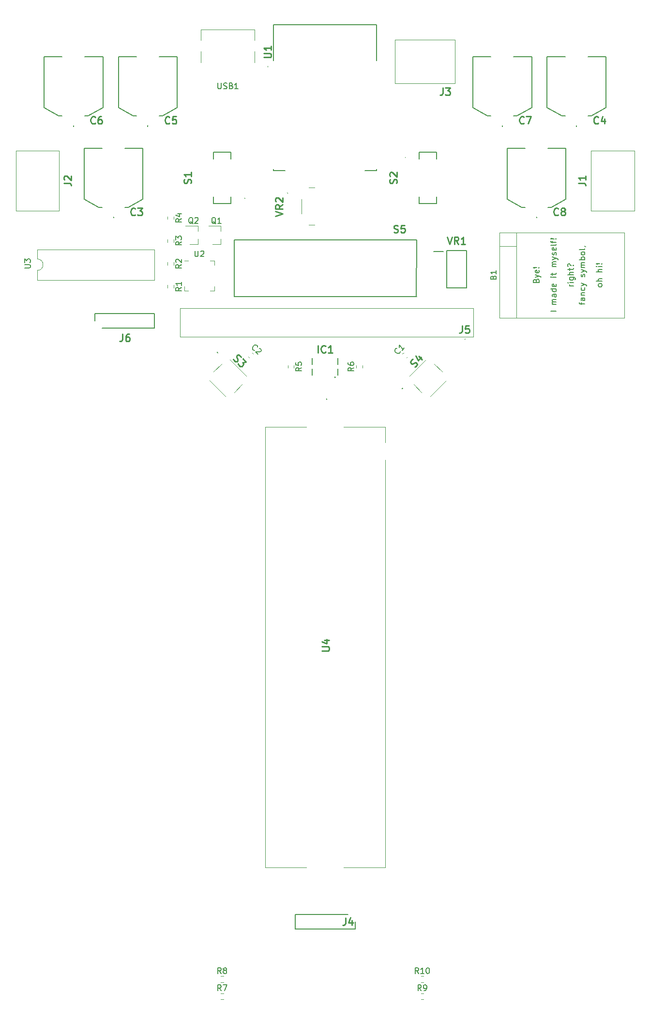
<source format=gbr>
%TF.GenerationSoftware,KiCad,Pcbnew,(5.1.9)-1*%
%TF.CreationDate,2022-05-19T12:20:12-04:00*%
%TF.ProjectId,esp32pcbbot,65737033-3270-4636-9262-6f742e6b6963,rev?*%
%TF.SameCoordinates,Original*%
%TF.FileFunction,Legend,Top*%
%TF.FilePolarity,Positive*%
%FSLAX46Y46*%
G04 Gerber Fmt 4.6, Leading zero omitted, Abs format (unit mm)*
G04 Created by KiCad (PCBNEW (5.1.9)-1) date 2022-05-19 12:20:12*
%MOMM*%
%LPD*%
G01*
G04 APERTURE LIST*
%ADD10C,0.100000*%
%ADD11C,0.200000*%
%ADD12C,0.071590*%
%ADD13C,0.254000*%
%ADD14C,0.120000*%
%ADD15C,0.150000*%
G04 APERTURE END LIST*
D10*
%TO.C,VR2*%
X85900000Y-53750000D02*
X85900000Y-56250000D01*
X88175000Y-58250000D02*
X87175000Y-58250000D01*
X88175000Y-51750000D02*
X87175000Y-51750000D01*
X83425000Y-52600000D02*
X83425000Y-52600000D01*
X83425000Y-52700000D02*
X83425000Y-52700000D01*
X83425000Y-52700000D02*
G75*
G02*
X83425000Y-52600000I0J50000D01*
G01*
X83425000Y-52600000D02*
G75*
G02*
X83425000Y-52700000I0J-50000D01*
G01*
D11*
%TO.C,U4*%
X90250000Y-88600000D02*
X90250000Y-88600000D01*
X90250000Y-88700000D02*
X90250000Y-88700000D01*
X90250000Y-88600000D02*
X90250000Y-88600000D01*
D10*
X93250000Y-93500000D02*
X100500000Y-93500000D01*
X93250000Y-93500000D02*
X93250000Y-93500000D01*
X100500000Y-93500000D02*
X93250000Y-93500000D01*
X100500000Y-93500000D02*
X100500000Y-93500000D01*
X100500000Y-170500000D02*
X93250000Y-170500000D01*
X100500000Y-170500000D02*
X100500000Y-170500000D01*
X93250000Y-170500000D02*
X100500000Y-170500000D01*
X93250000Y-170500000D02*
X93250000Y-170500000D01*
X86750000Y-170500000D02*
X79500000Y-170500000D01*
X86750000Y-170500000D02*
X86750000Y-170500000D01*
X79500000Y-170500000D02*
X86750000Y-170500000D01*
X79500000Y-170500000D02*
X79500000Y-170500000D01*
X79500000Y-93500000D02*
X86750000Y-93500000D01*
X79500000Y-93500000D02*
X79500000Y-93500000D01*
X86750000Y-93500000D02*
X79500000Y-93500000D01*
X86750000Y-93500000D02*
X86750000Y-93500000D01*
X100500000Y-93500000D02*
X100500000Y-93500000D01*
X100500000Y-96250000D02*
X100500000Y-93500000D01*
X100500000Y-96250000D02*
X100500000Y-96250000D01*
X100500000Y-93500000D02*
X100500000Y-96250000D01*
X100500000Y-170500000D02*
X100500000Y-170500000D01*
X100500000Y-99250000D02*
X100500000Y-170500000D01*
X100500000Y-99250000D02*
X100500000Y-99250000D01*
X100500000Y-170500000D02*
X100500000Y-99250000D01*
X79500000Y-93500000D02*
X79500000Y-93500000D01*
X79500000Y-170500000D02*
X79500000Y-93500000D01*
X79500000Y-170500000D02*
X79500000Y-170500000D01*
X79500000Y-93500000D02*
X79500000Y-170500000D01*
D11*
X90250000Y-88700000D02*
G75*
G02*
X90250000Y-88600000I0J50000D01*
G01*
X90250000Y-88600000D02*
G75*
G02*
X90250000Y-88700000I0J-50000D01*
G01*
X90250000Y-88700000D02*
G75*
G02*
X90250000Y-88600000I0J50000D01*
G01*
%TO.C,S5*%
X74080000Y-70760000D02*
X106000000Y-70760000D01*
X74080000Y-60860000D02*
X74080000Y-70760000D01*
X106000000Y-60860000D02*
X74080000Y-60860000D01*
X105980000Y-70760000D02*
X106000000Y-60860000D01*
D10*
%TO.C,S4*%
X108388909Y-88217336D02*
X111217336Y-85388909D01*
X104782664Y-84611091D02*
X107611091Y-81782664D01*
X109096016Y-82489771D02*
X110510229Y-83903984D01*
X105489771Y-86096016D02*
X106903984Y-87510229D01*
D11*
X103474517Y-86838478D02*
X103474517Y-86838478D01*
X103545227Y-86767767D02*
X103545227Y-86767767D01*
X103474517Y-86838478D02*
X103474517Y-86838478D01*
X103545227Y-86767766D02*
G75*
G02*
X103474517Y-86838478I-35355J-35356D01*
G01*
X103474517Y-86838477D02*
G75*
G02*
X103545227Y-86767767I35355J35355D01*
G01*
X103545227Y-86767766D02*
G75*
G02*
X103474517Y-86838478I-35355J-35356D01*
G01*
D10*
%TO.C,S3*%
X69782664Y-85388909D02*
X72611091Y-88217336D01*
X73388909Y-81782664D02*
X76217336Y-84611091D01*
X75510229Y-86096016D02*
X74096016Y-87510229D01*
X71903984Y-82489771D02*
X70489771Y-83903984D01*
D11*
X71161522Y-80474517D02*
X71161522Y-80474517D01*
X71232233Y-80545227D02*
X71232233Y-80545227D01*
X71161522Y-80474517D02*
X71161522Y-80474517D01*
X71232234Y-80545227D02*
G75*
G02*
X71161522Y-80474517I-35356J35355D01*
G01*
X71161523Y-80474517D02*
G75*
G02*
X71232233Y-80545227I35355J-35355D01*
G01*
X71232234Y-80545227D02*
G75*
G02*
X71161522Y-80474517I-35356J35355D01*
G01*
D12*
%TO.C,S2*%
X104032000Y-46458000D02*
X104032000Y-46458000D01*
X104032000Y-46386000D02*
X104032000Y-46386000D01*
D11*
X106500000Y-45500000D02*
X106500000Y-46677000D01*
X106500000Y-54500000D02*
X106500000Y-53323000D01*
X109500000Y-45500000D02*
X109500000Y-46677000D01*
X109500000Y-54500000D02*
X109500000Y-53323000D01*
X106500000Y-54500000D02*
X109500000Y-54500000D01*
X109500000Y-45500000D02*
X106500000Y-45500000D01*
D12*
X104032000Y-46386000D02*
G75*
G02*
X104032000Y-46458000I0J-36000D01*
G01*
X104032000Y-46458000D02*
G75*
G02*
X104032000Y-46386000I0J36000D01*
G01*
%TO.C,S1*%
X75968000Y-53542000D02*
X75968000Y-53542000D01*
X75968000Y-53614000D02*
X75968000Y-53614000D01*
D11*
X73500000Y-54500000D02*
X73500000Y-53323000D01*
X73500000Y-45500000D02*
X73500000Y-46677000D01*
X70500000Y-54500000D02*
X70500000Y-53323000D01*
X70500000Y-45500000D02*
X70500000Y-46677000D01*
X73500000Y-45500000D02*
X70500000Y-45500000D01*
X70500000Y-54500000D02*
X73500000Y-54500000D01*
D12*
X75968000Y-53614000D02*
G75*
G02*
X75968000Y-53542000I0J36000D01*
G01*
X75968000Y-53542000D02*
G75*
G02*
X75968000Y-53614000I0J-36000D01*
G01*
D11*
%TO.C,J6*%
X49730000Y-73740000D02*
X49730000Y-75000000D01*
X60190000Y-73740000D02*
X49730000Y-73740000D01*
X60190000Y-76260000D02*
X60190000Y-73740000D01*
X51000000Y-76260000D02*
X60190000Y-76260000D01*
%TO.C,J5*%
X114500000Y-78190000D02*
G75*
G03*
X114500000Y-78190000I-50000J0D01*
G01*
D10*
X64615000Y-77745000D02*
X64615000Y-72795000D01*
X115925000Y-77745000D02*
X64615000Y-77745000D01*
X115925000Y-72795000D02*
X115925000Y-77745000D01*
X64615000Y-72795000D02*
X115925000Y-72795000D01*
D11*
%TO.C,J4*%
X95270000Y-181260000D02*
X95270000Y-180000000D01*
X84810000Y-181260000D02*
X95270000Y-181260000D01*
X84810000Y-178740000D02*
X84810000Y-181260000D01*
X94000000Y-178740000D02*
X84810000Y-178740000D01*
D10*
%TO.C,J3*%
X102250000Y-33500000D02*
X102250000Y-25900000D01*
X112750000Y-33500000D02*
X102250000Y-33500000D01*
X112750000Y-25900000D02*
X112750000Y-33500000D01*
X102250000Y-25900000D02*
X112750000Y-25900000D01*
%TO.C,J2*%
X43500000Y-55750000D02*
X35900000Y-55750000D01*
X43500000Y-45250000D02*
X43500000Y-55750000D01*
X35900000Y-45250000D02*
X43500000Y-45250000D01*
X35900000Y-55750000D02*
X35900000Y-45250000D01*
%TO.C,J1*%
X136500000Y-45250000D02*
X144100000Y-45250000D01*
X136500000Y-55750000D02*
X136500000Y-45250000D01*
X144100000Y-55750000D02*
X136500000Y-55750000D01*
X144100000Y-45250000D02*
X144100000Y-55750000D01*
D13*
%TO.C,IC1*%
X91742810Y-84862000D02*
G75*
G03*
X91742810Y-84862000I-20810J0D01*
G01*
D11*
X87750000Y-84500000D02*
X87750000Y-83377000D01*
X92250000Y-84500000D02*
X92250000Y-83377000D01*
X87750000Y-81500000D02*
X87750000Y-82623000D01*
X92250000Y-81500000D02*
X92250000Y-82623000D01*
%TO.C,C8*%
X127000000Y-56900000D02*
X127000000Y-56900000D01*
X127000000Y-57000000D02*
X127000000Y-57000000D01*
X127000000Y-56900000D02*
X127000000Y-56900000D01*
X129575000Y-55150000D02*
X129000000Y-55150000D01*
X132150000Y-53750000D02*
X129575000Y-55150000D01*
X132150000Y-44850000D02*
X132150000Y-53750000D01*
X129000000Y-44850000D02*
X132150000Y-44850000D01*
X121850000Y-44850000D02*
X125000000Y-44850000D01*
X121850000Y-53750000D02*
X121850000Y-44850000D01*
X124425000Y-55150000D02*
X121850000Y-53750000D01*
X125000000Y-55150000D02*
X124425000Y-55150000D01*
X127000000Y-57000000D02*
G75*
G02*
X127000000Y-56900000I0J50000D01*
G01*
X127000000Y-56900000D02*
G75*
G02*
X127000000Y-57000000I0J-50000D01*
G01*
X127000000Y-57000000D02*
G75*
G02*
X127000000Y-56900000I0J50000D01*
G01*
%TO.C,C7*%
X121000000Y-40900000D02*
X121000000Y-40900000D01*
X121000000Y-41000000D02*
X121000000Y-41000000D01*
X121000000Y-40900000D02*
X121000000Y-40900000D01*
X123575000Y-39150000D02*
X123000000Y-39150000D01*
X126150000Y-37750000D02*
X123575000Y-39150000D01*
X126150000Y-28850000D02*
X126150000Y-37750000D01*
X123000000Y-28850000D02*
X126150000Y-28850000D01*
X115850000Y-28850000D02*
X119000000Y-28850000D01*
X115850000Y-37750000D02*
X115850000Y-28850000D01*
X118425000Y-39150000D02*
X115850000Y-37750000D01*
X119000000Y-39150000D02*
X118425000Y-39150000D01*
X121000000Y-41000000D02*
G75*
G02*
X121000000Y-40900000I0J50000D01*
G01*
X121000000Y-40900000D02*
G75*
G02*
X121000000Y-41000000I0J-50000D01*
G01*
X121000000Y-41000000D02*
G75*
G02*
X121000000Y-40900000I0J50000D01*
G01*
%TO.C,C6*%
X46000000Y-40900000D02*
X46000000Y-40900000D01*
X46000000Y-41000000D02*
X46000000Y-41000000D01*
X46000000Y-40900000D02*
X46000000Y-40900000D01*
X48575000Y-39150000D02*
X48000000Y-39150000D01*
X51150000Y-37750000D02*
X48575000Y-39150000D01*
X51150000Y-28850000D02*
X51150000Y-37750000D01*
X48000000Y-28850000D02*
X51150000Y-28850000D01*
X40850000Y-28850000D02*
X44000000Y-28850000D01*
X40850000Y-37750000D02*
X40850000Y-28850000D01*
X43425000Y-39150000D02*
X40850000Y-37750000D01*
X44000000Y-39150000D02*
X43425000Y-39150000D01*
X46000000Y-41000000D02*
G75*
G02*
X46000000Y-40900000I0J50000D01*
G01*
X46000000Y-40900000D02*
G75*
G02*
X46000000Y-41000000I0J-50000D01*
G01*
X46000000Y-41000000D02*
G75*
G02*
X46000000Y-40900000I0J50000D01*
G01*
%TO.C,C5*%
X59000000Y-40900000D02*
X59000000Y-40900000D01*
X59000000Y-41000000D02*
X59000000Y-41000000D01*
X59000000Y-40900000D02*
X59000000Y-40900000D01*
X61575000Y-39150000D02*
X61000000Y-39150000D01*
X64150000Y-37750000D02*
X61575000Y-39150000D01*
X64150000Y-28850000D02*
X64150000Y-37750000D01*
X61000000Y-28850000D02*
X64150000Y-28850000D01*
X53850000Y-28850000D02*
X57000000Y-28850000D01*
X53850000Y-37750000D02*
X53850000Y-28850000D01*
X56425000Y-39150000D02*
X53850000Y-37750000D01*
X57000000Y-39150000D02*
X56425000Y-39150000D01*
X59000000Y-41000000D02*
G75*
G02*
X59000000Y-40900000I0J50000D01*
G01*
X59000000Y-40900000D02*
G75*
G02*
X59000000Y-41000000I0J-50000D01*
G01*
X59000000Y-41000000D02*
G75*
G02*
X59000000Y-40900000I0J50000D01*
G01*
%TO.C,C4*%
X134000000Y-40900000D02*
X134000000Y-40900000D01*
X134000000Y-41000000D02*
X134000000Y-41000000D01*
X134000000Y-40900000D02*
X134000000Y-40900000D01*
X136575000Y-39150000D02*
X136000000Y-39150000D01*
X139150000Y-37750000D02*
X136575000Y-39150000D01*
X139150000Y-28850000D02*
X139150000Y-37750000D01*
X136000000Y-28850000D02*
X139150000Y-28850000D01*
X128850000Y-28850000D02*
X132000000Y-28850000D01*
X128850000Y-37750000D02*
X128850000Y-28850000D01*
X131425000Y-39150000D02*
X128850000Y-37750000D01*
X132000000Y-39150000D02*
X131425000Y-39150000D01*
X134000000Y-41000000D02*
G75*
G02*
X134000000Y-40900000I0J50000D01*
G01*
X134000000Y-40900000D02*
G75*
G02*
X134000000Y-41000000I0J-50000D01*
G01*
X134000000Y-41000000D02*
G75*
G02*
X134000000Y-40900000I0J50000D01*
G01*
%TO.C,C3*%
X53000000Y-56900000D02*
X53000000Y-56900000D01*
X53000000Y-57000000D02*
X53000000Y-57000000D01*
X53000000Y-56900000D02*
X53000000Y-56900000D01*
X55575000Y-55150000D02*
X55000000Y-55150000D01*
X58150000Y-53750000D02*
X55575000Y-55150000D01*
X58150000Y-44850000D02*
X58150000Y-53750000D01*
X55000000Y-44850000D02*
X58150000Y-44850000D01*
X47850000Y-44850000D02*
X51000000Y-44850000D01*
X47850000Y-53750000D02*
X47850000Y-44850000D01*
X50425000Y-55150000D02*
X47850000Y-53750000D01*
X51000000Y-55150000D02*
X50425000Y-55150000D01*
X53000000Y-57000000D02*
G75*
G02*
X53000000Y-56900000I0J50000D01*
G01*
X53000000Y-56900000D02*
G75*
G02*
X53000000Y-57000000I0J-50000D01*
G01*
X53000000Y-57000000D02*
G75*
G02*
X53000000Y-56900000I0J50000D01*
G01*
D14*
%TO.C,C2*%
X76539970Y-81261219D02*
X76738781Y-81460030D01*
X77261219Y-80539970D02*
X77460030Y-80738781D01*
%TO.C,C1*%
X104261219Y-81460030D02*
X104460030Y-81261219D01*
X103539970Y-80738781D02*
X103738781Y-80539970D01*
D11*
%TO.C,VR1*%
X108975000Y-62875000D02*
X110725000Y-62875000D01*
X111250000Y-69250000D02*
X111250000Y-62750000D01*
X114750000Y-69250000D02*
X111250000Y-69250000D01*
X114750000Y-62750000D02*
X114750000Y-69250000D01*
X111250000Y-62750000D02*
X114750000Y-62750000D01*
D14*
%TO.C,USB1*%
X77700000Y-24100000D02*
X68300000Y-24100000D01*
X68300000Y-29900000D02*
X68300000Y-27900000D01*
X68300000Y-26000000D02*
X68300000Y-24100000D01*
X77700000Y-29900000D02*
X77700000Y-27900000D01*
X77700000Y-26000000D02*
X77700000Y-24100000D01*
%TO.C,U3*%
X39670000Y-62540000D02*
X39670000Y-64190000D01*
X60110000Y-62540000D02*
X39670000Y-62540000D01*
X60110000Y-67840000D02*
X60110000Y-62540000D01*
X39670000Y-67840000D02*
X60110000Y-67840000D01*
X39670000Y-66190000D02*
X39670000Y-67840000D01*
X39670000Y-64190000D02*
G75*
G02*
X39670000Y-66190000I0J-1000000D01*
G01*
%TO.C,U2*%
X66115000Y-64510000D02*
X65390000Y-64510000D01*
X70610000Y-69730000D02*
X70610000Y-69005000D01*
X69885000Y-69730000D02*
X70610000Y-69730000D01*
X65390000Y-69730000D02*
X65390000Y-69005000D01*
X66115000Y-69730000D02*
X65390000Y-69730000D01*
X70610000Y-64510000D02*
X70610000Y-65235000D01*
X69885000Y-64510000D02*
X70610000Y-64510000D01*
D10*
%TO.C,U1*%
X80000000Y-30600000D02*
X80000000Y-30600000D01*
X80000000Y-30500000D02*
X80000000Y-30500000D01*
D11*
X99000000Y-48750000D02*
X99000000Y-48500000D01*
X97000000Y-48750000D02*
X99000000Y-48750000D01*
X81000000Y-48750000D02*
X83000000Y-48750000D01*
X81000000Y-48500000D02*
X81000000Y-48750000D01*
X99000000Y-23250000D02*
X99000000Y-29500000D01*
X81000000Y-23250000D02*
X99000000Y-23250000D01*
X81000000Y-29500000D02*
X81000000Y-23250000D01*
D10*
X80000000Y-30500000D02*
G75*
G02*
X80000000Y-30600000I0J-50000D01*
G01*
X80000000Y-30600000D02*
G75*
G02*
X80000000Y-30500000I0J50000D01*
G01*
D14*
%TO.C,R10*%
X106762742Y-190522500D02*
X107237258Y-190522500D01*
X106762742Y-189477500D02*
X107237258Y-189477500D01*
%TO.C,R9*%
X106762742Y-193522500D02*
X107237258Y-193522500D01*
X106762742Y-192477500D02*
X107237258Y-192477500D01*
%TO.C,R8*%
X71762742Y-190522500D02*
X72237258Y-190522500D01*
X71762742Y-189477500D02*
X72237258Y-189477500D01*
%TO.C,R7*%
X71762742Y-193522500D02*
X72237258Y-193522500D01*
X71762742Y-192477500D02*
X72237258Y-192477500D01*
%TO.C,R6*%
X96522500Y-83237258D02*
X96522500Y-82762742D01*
X95477500Y-83237258D02*
X95477500Y-82762742D01*
%TO.C,R5*%
X83477500Y-82762742D02*
X83477500Y-83237258D01*
X84522500Y-82762742D02*
X84522500Y-83237258D01*
%TO.C,R4*%
X62477500Y-56762742D02*
X62477500Y-57237258D01*
X63522500Y-56762742D02*
X63522500Y-57237258D01*
%TO.C,R3*%
X62477500Y-60762742D02*
X62477500Y-61237258D01*
X63522500Y-60762742D02*
X63522500Y-61237258D01*
%TO.C,R2*%
X62477500Y-64762742D02*
X62477500Y-65237258D01*
X63522500Y-64762742D02*
X63522500Y-65237258D01*
%TO.C,R1*%
X62477500Y-68762742D02*
X62477500Y-69237258D01*
X63522500Y-68762742D02*
X63522500Y-69237258D01*
%TO.C,Q2*%
X67760000Y-61580000D02*
X66300000Y-61580000D01*
X67760000Y-58420000D02*
X65600000Y-58420000D01*
X67760000Y-58420000D02*
X67760000Y-59350000D01*
X67760000Y-61580000D02*
X67760000Y-60650000D01*
%TO.C,Q1*%
X71760000Y-61580000D02*
X70300000Y-61580000D01*
X71760000Y-58420000D02*
X69600000Y-58420000D01*
X71760000Y-58420000D02*
X71760000Y-59350000D01*
X71760000Y-61580000D02*
X71760000Y-60650000D01*
%TO.C,B1*%
X123500000Y-74450000D02*
X123500000Y-59550000D01*
X123500000Y-61920000D02*
X123500000Y-74450000D01*
X142320000Y-60650000D02*
X142320000Y-59550000D01*
X123500000Y-59550000D02*
X142320000Y-59550000D01*
X142320000Y-74450000D02*
X142320000Y-60650000D01*
X123500000Y-74450000D02*
X142320000Y-74450000D01*
X123500000Y-61920000D02*
X120500000Y-61920000D01*
X120500000Y-59550000D02*
X123500000Y-59550000D01*
X120500000Y-74450000D02*
X120500000Y-59550000D01*
X123500000Y-74450000D02*
X120500000Y-74450000D01*
X142320000Y-60650000D02*
X142320000Y-74450000D01*
%TO.C,VR2*%
D13*
X81304523Y-56663095D02*
X82574523Y-56239761D01*
X81304523Y-55816428D01*
X82574523Y-54667380D02*
X81969761Y-55090714D01*
X82574523Y-55393095D02*
X81304523Y-55393095D01*
X81304523Y-54909285D01*
X81365000Y-54788333D01*
X81425476Y-54727857D01*
X81546428Y-54667380D01*
X81727857Y-54667380D01*
X81848809Y-54727857D01*
X81909285Y-54788333D01*
X81969761Y-54909285D01*
X81969761Y-55393095D01*
X81425476Y-54183571D02*
X81365000Y-54123095D01*
X81304523Y-54002142D01*
X81304523Y-53699761D01*
X81365000Y-53578809D01*
X81425476Y-53518333D01*
X81546428Y-53457857D01*
X81667380Y-53457857D01*
X81848809Y-53518333D01*
X82574523Y-54244047D01*
X82574523Y-53457857D01*
%TO.C,U4*%
X89479523Y-132642619D02*
X90507619Y-132642619D01*
X90628571Y-132582142D01*
X90689047Y-132521666D01*
X90749523Y-132400714D01*
X90749523Y-132158809D01*
X90689047Y-132037857D01*
X90628571Y-131977380D01*
X90507619Y-131916904D01*
X89479523Y-131916904D01*
X89902857Y-130767857D02*
X90749523Y-130767857D01*
X89419047Y-131070238D02*
X90326190Y-131372619D01*
X90326190Y-130586428D01*
%TO.C,S5*%
X102032380Y-59514047D02*
X102213809Y-59574523D01*
X102516190Y-59574523D01*
X102637142Y-59514047D01*
X102697619Y-59453571D01*
X102758095Y-59332619D01*
X102758095Y-59211666D01*
X102697619Y-59090714D01*
X102637142Y-59030238D01*
X102516190Y-58969761D01*
X102274285Y-58909285D01*
X102153333Y-58848809D01*
X102092857Y-58788333D01*
X102032380Y-58667380D01*
X102032380Y-58546428D01*
X102092857Y-58425476D01*
X102153333Y-58365000D01*
X102274285Y-58304523D01*
X102576666Y-58304523D01*
X102758095Y-58365000D01*
X103907142Y-58304523D02*
X103302380Y-58304523D01*
X103241904Y-58909285D01*
X103302380Y-58848809D01*
X103423333Y-58788333D01*
X103725714Y-58788333D01*
X103846666Y-58848809D01*
X103907142Y-58909285D01*
X103967619Y-59030238D01*
X103967619Y-59332619D01*
X103907142Y-59453571D01*
X103846666Y-59514047D01*
X103725714Y-59574523D01*
X103423333Y-59574523D01*
X103302380Y-59514047D01*
X103241904Y-59453571D01*
%TO.C,S4*%
X105679276Y-83047696D02*
X105850329Y-82962170D01*
X106064144Y-82748354D01*
X106106907Y-82620065D01*
X106106907Y-82534539D01*
X106064144Y-82406249D01*
X105978618Y-82320723D01*
X105850329Y-82277960D01*
X105764802Y-82277960D01*
X105636513Y-82320723D01*
X105422697Y-82449012D01*
X105294408Y-82491775D01*
X105208882Y-82491775D01*
X105080592Y-82449012D01*
X104995066Y-82363486D01*
X104952303Y-82235197D01*
X104952303Y-82149670D01*
X104995066Y-82021381D01*
X105208882Y-81807565D01*
X105379934Y-81722039D01*
X106406249Y-81208882D02*
X107004933Y-81807565D01*
X105850329Y-81080592D02*
X106277960Y-81935855D01*
X106833880Y-81379934D01*
%TO.C,S3*%
X73952303Y-81679276D02*
X74037829Y-81850329D01*
X74251645Y-82064144D01*
X74379934Y-82106907D01*
X74465460Y-82106907D01*
X74593750Y-82064144D01*
X74679276Y-81978618D01*
X74722039Y-81850329D01*
X74722039Y-81764802D01*
X74679276Y-81636513D01*
X74550987Y-81422697D01*
X74508224Y-81294408D01*
X74508224Y-81208882D01*
X74550987Y-81080592D01*
X74636513Y-80995066D01*
X74764802Y-80952303D01*
X74850329Y-80952303D01*
X74978618Y-80995066D01*
X75192434Y-81208882D01*
X75277960Y-81379934D01*
X75620065Y-81636513D02*
X76175985Y-82192434D01*
X75534539Y-82235197D01*
X75662828Y-82363486D01*
X75705591Y-82491775D01*
X75705591Y-82577302D01*
X75662828Y-82705591D01*
X75449012Y-82919407D01*
X75320723Y-82962170D01*
X75235197Y-82962170D01*
X75106907Y-82919407D01*
X74850329Y-82662828D01*
X74807565Y-82534539D01*
X74807565Y-82449012D01*
%TO.C,S2*%
X102514047Y-50967619D02*
X102574523Y-50786190D01*
X102574523Y-50483809D01*
X102514047Y-50362857D01*
X102453571Y-50302380D01*
X102332619Y-50241904D01*
X102211666Y-50241904D01*
X102090714Y-50302380D01*
X102030238Y-50362857D01*
X101969761Y-50483809D01*
X101909285Y-50725714D01*
X101848809Y-50846666D01*
X101788333Y-50907142D01*
X101667380Y-50967619D01*
X101546428Y-50967619D01*
X101425476Y-50907142D01*
X101365000Y-50846666D01*
X101304523Y-50725714D01*
X101304523Y-50423333D01*
X101365000Y-50241904D01*
X101425476Y-49758095D02*
X101365000Y-49697619D01*
X101304523Y-49576666D01*
X101304523Y-49274285D01*
X101365000Y-49153333D01*
X101425476Y-49092857D01*
X101546428Y-49032380D01*
X101667380Y-49032380D01*
X101848809Y-49092857D01*
X102574523Y-49818571D01*
X102574523Y-49032380D01*
%TO.C,S1*%
X66514047Y-50967619D02*
X66574523Y-50786190D01*
X66574523Y-50483809D01*
X66514047Y-50362857D01*
X66453571Y-50302380D01*
X66332619Y-50241904D01*
X66211666Y-50241904D01*
X66090714Y-50302380D01*
X66030238Y-50362857D01*
X65969761Y-50483809D01*
X65909285Y-50725714D01*
X65848809Y-50846666D01*
X65788333Y-50907142D01*
X65667380Y-50967619D01*
X65546428Y-50967619D01*
X65425476Y-50907142D01*
X65365000Y-50846666D01*
X65304523Y-50725714D01*
X65304523Y-50423333D01*
X65365000Y-50241904D01*
X66574523Y-49032380D02*
X66574523Y-49758095D01*
X66574523Y-49395238D02*
X65304523Y-49395238D01*
X65485952Y-49516190D01*
X65606904Y-49637142D01*
X65667380Y-49758095D01*
%TO.C,J6*%
X54576666Y-77304523D02*
X54576666Y-78211666D01*
X54516190Y-78393095D01*
X54395238Y-78514047D01*
X54213809Y-78574523D01*
X54092857Y-78574523D01*
X55725714Y-77304523D02*
X55483809Y-77304523D01*
X55362857Y-77365000D01*
X55302380Y-77425476D01*
X55181428Y-77606904D01*
X55120952Y-77848809D01*
X55120952Y-78332619D01*
X55181428Y-78453571D01*
X55241904Y-78514047D01*
X55362857Y-78574523D01*
X55604761Y-78574523D01*
X55725714Y-78514047D01*
X55786190Y-78453571D01*
X55846666Y-78332619D01*
X55846666Y-78030238D01*
X55786190Y-77909285D01*
X55725714Y-77848809D01*
X55604761Y-77788333D01*
X55362857Y-77788333D01*
X55241904Y-77848809D01*
X55181428Y-77909285D01*
X55120952Y-78030238D01*
%TO.C,J5*%
X113976666Y-75844523D02*
X113976666Y-76751666D01*
X113916190Y-76933095D01*
X113795238Y-77054047D01*
X113613809Y-77114523D01*
X113492857Y-77114523D01*
X115186190Y-75844523D02*
X114581428Y-75844523D01*
X114520952Y-76449285D01*
X114581428Y-76388809D01*
X114702380Y-76328333D01*
X115004761Y-76328333D01*
X115125714Y-76388809D01*
X115186190Y-76449285D01*
X115246666Y-76570238D01*
X115246666Y-76872619D01*
X115186190Y-76993571D01*
X115125714Y-77054047D01*
X115004761Y-77114523D01*
X114702380Y-77114523D01*
X114581428Y-77054047D01*
X114520952Y-76993571D01*
%TO.C,J4*%
X93576666Y-179304523D02*
X93576666Y-180211666D01*
X93516190Y-180393095D01*
X93395238Y-180514047D01*
X93213809Y-180574523D01*
X93092857Y-180574523D01*
X94725714Y-179727857D02*
X94725714Y-180574523D01*
X94423333Y-179244047D02*
X94120952Y-180151190D01*
X94907142Y-180151190D01*
%TO.C,J3*%
X110576666Y-34304523D02*
X110576666Y-35211666D01*
X110516190Y-35393095D01*
X110395238Y-35514047D01*
X110213809Y-35574523D01*
X110092857Y-35574523D01*
X111060476Y-34304523D02*
X111846666Y-34304523D01*
X111423333Y-34788333D01*
X111604761Y-34788333D01*
X111725714Y-34848809D01*
X111786190Y-34909285D01*
X111846666Y-35030238D01*
X111846666Y-35332619D01*
X111786190Y-35453571D01*
X111725714Y-35514047D01*
X111604761Y-35574523D01*
X111241904Y-35574523D01*
X111120952Y-35514047D01*
X111060476Y-35453571D01*
%TO.C,J2*%
X44304523Y-50923333D02*
X45211666Y-50923333D01*
X45393095Y-50983809D01*
X45514047Y-51104761D01*
X45574523Y-51286190D01*
X45574523Y-51407142D01*
X44425476Y-50379047D02*
X44365000Y-50318571D01*
X44304523Y-50197619D01*
X44304523Y-49895238D01*
X44365000Y-49774285D01*
X44425476Y-49713809D01*
X44546428Y-49653333D01*
X44667380Y-49653333D01*
X44848809Y-49713809D01*
X45574523Y-50439523D01*
X45574523Y-49653333D01*
%TO.C,J1*%
X134304523Y-50923333D02*
X135211666Y-50923333D01*
X135393095Y-50983809D01*
X135514047Y-51104761D01*
X135574523Y-51286190D01*
X135574523Y-51407142D01*
X135574523Y-49653333D02*
X135574523Y-50379047D01*
X135574523Y-50016190D02*
X134304523Y-50016190D01*
X134485952Y-50137142D01*
X134606904Y-50258095D01*
X134667380Y-50379047D01*
%TO.C,IC1*%
X88760238Y-80574523D02*
X88760238Y-79304523D01*
X90090714Y-80453571D02*
X90030238Y-80514047D01*
X89848809Y-80574523D01*
X89727857Y-80574523D01*
X89546428Y-80514047D01*
X89425476Y-80393095D01*
X89365000Y-80272142D01*
X89304523Y-80030238D01*
X89304523Y-79848809D01*
X89365000Y-79606904D01*
X89425476Y-79485952D01*
X89546428Y-79365000D01*
X89727857Y-79304523D01*
X89848809Y-79304523D01*
X90030238Y-79365000D01*
X90090714Y-79425476D01*
X91300238Y-80574523D02*
X90574523Y-80574523D01*
X90937380Y-80574523D02*
X90937380Y-79304523D01*
X90816428Y-79485952D01*
X90695476Y-79606904D01*
X90574523Y-79667380D01*
%TO.C,C8*%
X130788333Y-56453571D02*
X130727857Y-56514047D01*
X130546428Y-56574523D01*
X130425476Y-56574523D01*
X130244047Y-56514047D01*
X130123095Y-56393095D01*
X130062619Y-56272142D01*
X130002142Y-56030238D01*
X130002142Y-55848809D01*
X130062619Y-55606904D01*
X130123095Y-55485952D01*
X130244047Y-55365000D01*
X130425476Y-55304523D01*
X130546428Y-55304523D01*
X130727857Y-55365000D01*
X130788333Y-55425476D01*
X131514047Y-55848809D02*
X131393095Y-55788333D01*
X131332619Y-55727857D01*
X131272142Y-55606904D01*
X131272142Y-55546428D01*
X131332619Y-55425476D01*
X131393095Y-55365000D01*
X131514047Y-55304523D01*
X131755952Y-55304523D01*
X131876904Y-55365000D01*
X131937380Y-55425476D01*
X131997857Y-55546428D01*
X131997857Y-55606904D01*
X131937380Y-55727857D01*
X131876904Y-55788333D01*
X131755952Y-55848809D01*
X131514047Y-55848809D01*
X131393095Y-55909285D01*
X131332619Y-55969761D01*
X131272142Y-56090714D01*
X131272142Y-56332619D01*
X131332619Y-56453571D01*
X131393095Y-56514047D01*
X131514047Y-56574523D01*
X131755952Y-56574523D01*
X131876904Y-56514047D01*
X131937380Y-56453571D01*
X131997857Y-56332619D01*
X131997857Y-56090714D01*
X131937380Y-55969761D01*
X131876904Y-55909285D01*
X131755952Y-55848809D01*
%TO.C,C7*%
X124788333Y-40453571D02*
X124727857Y-40514047D01*
X124546428Y-40574523D01*
X124425476Y-40574523D01*
X124244047Y-40514047D01*
X124123095Y-40393095D01*
X124062619Y-40272142D01*
X124002142Y-40030238D01*
X124002142Y-39848809D01*
X124062619Y-39606904D01*
X124123095Y-39485952D01*
X124244047Y-39365000D01*
X124425476Y-39304523D01*
X124546428Y-39304523D01*
X124727857Y-39365000D01*
X124788333Y-39425476D01*
X125211666Y-39304523D02*
X126058333Y-39304523D01*
X125514047Y-40574523D01*
%TO.C,C6*%
X49788333Y-40453571D02*
X49727857Y-40514047D01*
X49546428Y-40574523D01*
X49425476Y-40574523D01*
X49244047Y-40514047D01*
X49123095Y-40393095D01*
X49062619Y-40272142D01*
X49002142Y-40030238D01*
X49002142Y-39848809D01*
X49062619Y-39606904D01*
X49123095Y-39485952D01*
X49244047Y-39365000D01*
X49425476Y-39304523D01*
X49546428Y-39304523D01*
X49727857Y-39365000D01*
X49788333Y-39425476D01*
X50876904Y-39304523D02*
X50635000Y-39304523D01*
X50514047Y-39365000D01*
X50453571Y-39425476D01*
X50332619Y-39606904D01*
X50272142Y-39848809D01*
X50272142Y-40332619D01*
X50332619Y-40453571D01*
X50393095Y-40514047D01*
X50514047Y-40574523D01*
X50755952Y-40574523D01*
X50876904Y-40514047D01*
X50937380Y-40453571D01*
X50997857Y-40332619D01*
X50997857Y-40030238D01*
X50937380Y-39909285D01*
X50876904Y-39848809D01*
X50755952Y-39788333D01*
X50514047Y-39788333D01*
X50393095Y-39848809D01*
X50332619Y-39909285D01*
X50272142Y-40030238D01*
%TO.C,C5*%
X62788333Y-40453571D02*
X62727857Y-40514047D01*
X62546428Y-40574523D01*
X62425476Y-40574523D01*
X62244047Y-40514047D01*
X62123095Y-40393095D01*
X62062619Y-40272142D01*
X62002142Y-40030238D01*
X62002142Y-39848809D01*
X62062619Y-39606904D01*
X62123095Y-39485952D01*
X62244047Y-39365000D01*
X62425476Y-39304523D01*
X62546428Y-39304523D01*
X62727857Y-39365000D01*
X62788333Y-39425476D01*
X63937380Y-39304523D02*
X63332619Y-39304523D01*
X63272142Y-39909285D01*
X63332619Y-39848809D01*
X63453571Y-39788333D01*
X63755952Y-39788333D01*
X63876904Y-39848809D01*
X63937380Y-39909285D01*
X63997857Y-40030238D01*
X63997857Y-40332619D01*
X63937380Y-40453571D01*
X63876904Y-40514047D01*
X63755952Y-40574523D01*
X63453571Y-40574523D01*
X63332619Y-40514047D01*
X63272142Y-40453571D01*
%TO.C,C4*%
X137788333Y-40453571D02*
X137727857Y-40514047D01*
X137546428Y-40574523D01*
X137425476Y-40574523D01*
X137244047Y-40514047D01*
X137123095Y-40393095D01*
X137062619Y-40272142D01*
X137002142Y-40030238D01*
X137002142Y-39848809D01*
X137062619Y-39606904D01*
X137123095Y-39485952D01*
X137244047Y-39365000D01*
X137425476Y-39304523D01*
X137546428Y-39304523D01*
X137727857Y-39365000D01*
X137788333Y-39425476D01*
X138876904Y-39727857D02*
X138876904Y-40574523D01*
X138574523Y-39244047D02*
X138272142Y-40151190D01*
X139058333Y-40151190D01*
%TO.C,C3*%
X56788333Y-56453571D02*
X56727857Y-56514047D01*
X56546428Y-56574523D01*
X56425476Y-56574523D01*
X56244047Y-56514047D01*
X56123095Y-56393095D01*
X56062619Y-56272142D01*
X56002142Y-56030238D01*
X56002142Y-55848809D01*
X56062619Y-55606904D01*
X56123095Y-55485952D01*
X56244047Y-55365000D01*
X56425476Y-55304523D01*
X56546428Y-55304523D01*
X56727857Y-55365000D01*
X56788333Y-55425476D01*
X57211666Y-55304523D02*
X57997857Y-55304523D01*
X57574523Y-55788333D01*
X57755952Y-55788333D01*
X57876904Y-55848809D01*
X57937380Y-55909285D01*
X57997857Y-56030238D01*
X57997857Y-56332619D01*
X57937380Y-56453571D01*
X57876904Y-56514047D01*
X57755952Y-56574523D01*
X57393095Y-56574523D01*
X57272142Y-56514047D01*
X57211666Y-56453571D01*
%TO.C,C2*%
D15*
X77640773Y-80123524D02*
X77573430Y-80123524D01*
X77438743Y-80056180D01*
X77371399Y-79988837D01*
X77304056Y-79854149D01*
X77304056Y-79719462D01*
X77337727Y-79618447D01*
X77438743Y-79450088D01*
X77539758Y-79349073D01*
X77708117Y-79248058D01*
X77809132Y-79214386D01*
X77943819Y-79214386D01*
X78078506Y-79281730D01*
X78145850Y-79349073D01*
X78213193Y-79483760D01*
X78213193Y-79551104D01*
X78482567Y-79820478D02*
X78549911Y-79820478D01*
X78650926Y-79854149D01*
X78819285Y-80022508D01*
X78852956Y-80123524D01*
X78852956Y-80190867D01*
X78819285Y-80291882D01*
X78751941Y-80359226D01*
X78617254Y-80426569D01*
X77809132Y-80426569D01*
X78246865Y-80864302D01*
%TO.C,C1*%
X103123524Y-80359226D02*
X103123524Y-80426569D01*
X103056180Y-80561256D01*
X102988837Y-80628600D01*
X102854149Y-80695943D01*
X102719462Y-80695943D01*
X102618447Y-80662272D01*
X102450088Y-80561256D01*
X102349073Y-80460241D01*
X102248058Y-80291882D01*
X102214386Y-80190867D01*
X102214386Y-80056180D01*
X102281730Y-79921493D01*
X102349073Y-79854149D01*
X102483760Y-79786806D01*
X102551104Y-79786806D01*
X103864302Y-79753134D02*
X103460241Y-80157195D01*
X103662272Y-79955165D02*
X102955165Y-79248058D01*
X102988837Y-79416417D01*
X102988837Y-79551104D01*
X102955165Y-79652119D01*
%TO.C,VR1*%
D13*
X111336904Y-60304523D02*
X111760238Y-61574523D01*
X112183571Y-60304523D01*
X113332619Y-61574523D02*
X112909285Y-60969761D01*
X112606904Y-61574523D02*
X112606904Y-60304523D01*
X113090714Y-60304523D01*
X113211666Y-60365000D01*
X113272142Y-60425476D01*
X113332619Y-60546428D01*
X113332619Y-60727857D01*
X113272142Y-60848809D01*
X113211666Y-60909285D01*
X113090714Y-60969761D01*
X112606904Y-60969761D01*
X114542142Y-61574523D02*
X113816428Y-61574523D01*
X114179285Y-61574523D02*
X114179285Y-60304523D01*
X114058333Y-60485952D01*
X113937380Y-60606904D01*
X113816428Y-60667380D01*
%TO.C,USB1*%
D15*
X71261904Y-33452380D02*
X71261904Y-34261904D01*
X71309523Y-34357142D01*
X71357142Y-34404761D01*
X71452380Y-34452380D01*
X71642857Y-34452380D01*
X71738095Y-34404761D01*
X71785714Y-34357142D01*
X71833333Y-34261904D01*
X71833333Y-33452380D01*
X72261904Y-34404761D02*
X72404761Y-34452380D01*
X72642857Y-34452380D01*
X72738095Y-34404761D01*
X72785714Y-34357142D01*
X72833333Y-34261904D01*
X72833333Y-34166666D01*
X72785714Y-34071428D01*
X72738095Y-34023809D01*
X72642857Y-33976190D01*
X72452380Y-33928571D01*
X72357142Y-33880952D01*
X72309523Y-33833333D01*
X72261904Y-33738095D01*
X72261904Y-33642857D01*
X72309523Y-33547619D01*
X72357142Y-33500000D01*
X72452380Y-33452380D01*
X72690476Y-33452380D01*
X72833333Y-33500000D01*
X73595238Y-33928571D02*
X73738095Y-33976190D01*
X73785714Y-34023809D01*
X73833333Y-34119047D01*
X73833333Y-34261904D01*
X73785714Y-34357142D01*
X73738095Y-34404761D01*
X73642857Y-34452380D01*
X73261904Y-34452380D01*
X73261904Y-33452380D01*
X73595238Y-33452380D01*
X73690476Y-33500000D01*
X73738095Y-33547619D01*
X73785714Y-33642857D01*
X73785714Y-33738095D01*
X73738095Y-33833333D01*
X73690476Y-33880952D01*
X73595238Y-33928571D01*
X73261904Y-33928571D01*
X74785714Y-34452380D02*
X74214285Y-34452380D01*
X74500000Y-34452380D02*
X74500000Y-33452380D01*
X74404761Y-33595238D01*
X74309523Y-33690476D01*
X74214285Y-33738095D01*
%TO.C,U3*%
X37452380Y-65761904D02*
X38261904Y-65761904D01*
X38357142Y-65714285D01*
X38404761Y-65666666D01*
X38452380Y-65571428D01*
X38452380Y-65380952D01*
X38404761Y-65285714D01*
X38357142Y-65238095D01*
X38261904Y-65190476D01*
X37452380Y-65190476D01*
X37452380Y-64809523D02*
X37452380Y-64190476D01*
X37833333Y-64523809D01*
X37833333Y-64380952D01*
X37880952Y-64285714D01*
X37928571Y-64238095D01*
X38023809Y-64190476D01*
X38261904Y-64190476D01*
X38357142Y-64238095D01*
X38404761Y-64285714D01*
X38452380Y-64380952D01*
X38452380Y-64666666D01*
X38404761Y-64761904D01*
X38357142Y-64809523D01*
%TO.C,U2*%
X67238095Y-62772380D02*
X67238095Y-63581904D01*
X67285714Y-63677142D01*
X67333333Y-63724761D01*
X67428571Y-63772380D01*
X67619047Y-63772380D01*
X67714285Y-63724761D01*
X67761904Y-63677142D01*
X67809523Y-63581904D01*
X67809523Y-62772380D01*
X68238095Y-62867619D02*
X68285714Y-62820000D01*
X68380952Y-62772380D01*
X68619047Y-62772380D01*
X68714285Y-62820000D01*
X68761904Y-62867619D01*
X68809523Y-62962857D01*
X68809523Y-63058095D01*
X68761904Y-63200952D01*
X68190476Y-63772380D01*
X68809523Y-63772380D01*
%TO.C,U1*%
D13*
X79304523Y-28967619D02*
X80332619Y-28967619D01*
X80453571Y-28907142D01*
X80514047Y-28846666D01*
X80574523Y-28725714D01*
X80574523Y-28483809D01*
X80514047Y-28362857D01*
X80453571Y-28302380D01*
X80332619Y-28241904D01*
X79304523Y-28241904D01*
X80574523Y-26971904D02*
X80574523Y-27697619D01*
X80574523Y-27334761D02*
X79304523Y-27334761D01*
X79485952Y-27455714D01*
X79606904Y-27576666D01*
X79667380Y-27697619D01*
%TO.C,R10*%
D15*
X106357142Y-189022380D02*
X106023809Y-188546190D01*
X105785714Y-189022380D02*
X105785714Y-188022380D01*
X106166666Y-188022380D01*
X106261904Y-188070000D01*
X106309523Y-188117619D01*
X106357142Y-188212857D01*
X106357142Y-188355714D01*
X106309523Y-188450952D01*
X106261904Y-188498571D01*
X106166666Y-188546190D01*
X105785714Y-188546190D01*
X107309523Y-189022380D02*
X106738095Y-189022380D01*
X107023809Y-189022380D02*
X107023809Y-188022380D01*
X106928571Y-188165238D01*
X106833333Y-188260476D01*
X106738095Y-188308095D01*
X107928571Y-188022380D02*
X108023809Y-188022380D01*
X108119047Y-188070000D01*
X108166666Y-188117619D01*
X108214285Y-188212857D01*
X108261904Y-188403333D01*
X108261904Y-188641428D01*
X108214285Y-188831904D01*
X108166666Y-188927142D01*
X108119047Y-188974761D01*
X108023809Y-189022380D01*
X107928571Y-189022380D01*
X107833333Y-188974761D01*
X107785714Y-188927142D01*
X107738095Y-188831904D01*
X107690476Y-188641428D01*
X107690476Y-188403333D01*
X107738095Y-188212857D01*
X107785714Y-188117619D01*
X107833333Y-188070000D01*
X107928571Y-188022380D01*
%TO.C,R9*%
X106833333Y-192022380D02*
X106500000Y-191546190D01*
X106261904Y-192022380D02*
X106261904Y-191022380D01*
X106642857Y-191022380D01*
X106738095Y-191070000D01*
X106785714Y-191117619D01*
X106833333Y-191212857D01*
X106833333Y-191355714D01*
X106785714Y-191450952D01*
X106738095Y-191498571D01*
X106642857Y-191546190D01*
X106261904Y-191546190D01*
X107309523Y-192022380D02*
X107500000Y-192022380D01*
X107595238Y-191974761D01*
X107642857Y-191927142D01*
X107738095Y-191784285D01*
X107785714Y-191593809D01*
X107785714Y-191212857D01*
X107738095Y-191117619D01*
X107690476Y-191070000D01*
X107595238Y-191022380D01*
X107404761Y-191022380D01*
X107309523Y-191070000D01*
X107261904Y-191117619D01*
X107214285Y-191212857D01*
X107214285Y-191450952D01*
X107261904Y-191546190D01*
X107309523Y-191593809D01*
X107404761Y-191641428D01*
X107595238Y-191641428D01*
X107690476Y-191593809D01*
X107738095Y-191546190D01*
X107785714Y-191450952D01*
%TO.C,R8*%
X71833333Y-189022380D02*
X71500000Y-188546190D01*
X71261904Y-189022380D02*
X71261904Y-188022380D01*
X71642857Y-188022380D01*
X71738095Y-188070000D01*
X71785714Y-188117619D01*
X71833333Y-188212857D01*
X71833333Y-188355714D01*
X71785714Y-188450952D01*
X71738095Y-188498571D01*
X71642857Y-188546190D01*
X71261904Y-188546190D01*
X72404761Y-188450952D02*
X72309523Y-188403333D01*
X72261904Y-188355714D01*
X72214285Y-188260476D01*
X72214285Y-188212857D01*
X72261904Y-188117619D01*
X72309523Y-188070000D01*
X72404761Y-188022380D01*
X72595238Y-188022380D01*
X72690476Y-188070000D01*
X72738095Y-188117619D01*
X72785714Y-188212857D01*
X72785714Y-188260476D01*
X72738095Y-188355714D01*
X72690476Y-188403333D01*
X72595238Y-188450952D01*
X72404761Y-188450952D01*
X72309523Y-188498571D01*
X72261904Y-188546190D01*
X72214285Y-188641428D01*
X72214285Y-188831904D01*
X72261904Y-188927142D01*
X72309523Y-188974761D01*
X72404761Y-189022380D01*
X72595238Y-189022380D01*
X72690476Y-188974761D01*
X72738095Y-188927142D01*
X72785714Y-188831904D01*
X72785714Y-188641428D01*
X72738095Y-188546190D01*
X72690476Y-188498571D01*
X72595238Y-188450952D01*
%TO.C,R7*%
X71833333Y-192022380D02*
X71500000Y-191546190D01*
X71261904Y-192022380D02*
X71261904Y-191022380D01*
X71642857Y-191022380D01*
X71738095Y-191070000D01*
X71785714Y-191117619D01*
X71833333Y-191212857D01*
X71833333Y-191355714D01*
X71785714Y-191450952D01*
X71738095Y-191498571D01*
X71642857Y-191546190D01*
X71261904Y-191546190D01*
X72166666Y-191022380D02*
X72833333Y-191022380D01*
X72404761Y-192022380D01*
%TO.C,R6*%
X95022380Y-83166666D02*
X94546190Y-83500000D01*
X95022380Y-83738095D02*
X94022380Y-83738095D01*
X94022380Y-83357142D01*
X94070000Y-83261904D01*
X94117619Y-83214285D01*
X94212857Y-83166666D01*
X94355714Y-83166666D01*
X94450952Y-83214285D01*
X94498571Y-83261904D01*
X94546190Y-83357142D01*
X94546190Y-83738095D01*
X94022380Y-82309523D02*
X94022380Y-82500000D01*
X94070000Y-82595238D01*
X94117619Y-82642857D01*
X94260476Y-82738095D01*
X94450952Y-82785714D01*
X94831904Y-82785714D01*
X94927142Y-82738095D01*
X94974761Y-82690476D01*
X95022380Y-82595238D01*
X95022380Y-82404761D01*
X94974761Y-82309523D01*
X94927142Y-82261904D01*
X94831904Y-82214285D01*
X94593809Y-82214285D01*
X94498571Y-82261904D01*
X94450952Y-82309523D01*
X94403333Y-82404761D01*
X94403333Y-82595238D01*
X94450952Y-82690476D01*
X94498571Y-82738095D01*
X94593809Y-82785714D01*
%TO.C,R5*%
X85882380Y-83166666D02*
X85406190Y-83500000D01*
X85882380Y-83738095D02*
X84882380Y-83738095D01*
X84882380Y-83357142D01*
X84930000Y-83261904D01*
X84977619Y-83214285D01*
X85072857Y-83166666D01*
X85215714Y-83166666D01*
X85310952Y-83214285D01*
X85358571Y-83261904D01*
X85406190Y-83357142D01*
X85406190Y-83738095D01*
X84882380Y-82261904D02*
X84882380Y-82738095D01*
X85358571Y-82785714D01*
X85310952Y-82738095D01*
X85263333Y-82642857D01*
X85263333Y-82404761D01*
X85310952Y-82309523D01*
X85358571Y-82261904D01*
X85453809Y-82214285D01*
X85691904Y-82214285D01*
X85787142Y-82261904D01*
X85834761Y-82309523D01*
X85882380Y-82404761D01*
X85882380Y-82642857D01*
X85834761Y-82738095D01*
X85787142Y-82785714D01*
%TO.C,R4*%
X64882380Y-57166666D02*
X64406190Y-57500000D01*
X64882380Y-57738095D02*
X63882380Y-57738095D01*
X63882380Y-57357142D01*
X63930000Y-57261904D01*
X63977619Y-57214285D01*
X64072857Y-57166666D01*
X64215714Y-57166666D01*
X64310952Y-57214285D01*
X64358571Y-57261904D01*
X64406190Y-57357142D01*
X64406190Y-57738095D01*
X64215714Y-56309523D02*
X64882380Y-56309523D01*
X63834761Y-56547619D02*
X64549047Y-56785714D01*
X64549047Y-56166666D01*
%TO.C,R3*%
X64882380Y-61166666D02*
X64406190Y-61500000D01*
X64882380Y-61738095D02*
X63882380Y-61738095D01*
X63882380Y-61357142D01*
X63930000Y-61261904D01*
X63977619Y-61214285D01*
X64072857Y-61166666D01*
X64215714Y-61166666D01*
X64310952Y-61214285D01*
X64358571Y-61261904D01*
X64406190Y-61357142D01*
X64406190Y-61738095D01*
X63882380Y-60833333D02*
X63882380Y-60214285D01*
X64263333Y-60547619D01*
X64263333Y-60404761D01*
X64310952Y-60309523D01*
X64358571Y-60261904D01*
X64453809Y-60214285D01*
X64691904Y-60214285D01*
X64787142Y-60261904D01*
X64834761Y-60309523D01*
X64882380Y-60404761D01*
X64882380Y-60690476D01*
X64834761Y-60785714D01*
X64787142Y-60833333D01*
%TO.C,R2*%
X64882380Y-65166666D02*
X64406190Y-65500000D01*
X64882380Y-65738095D02*
X63882380Y-65738095D01*
X63882380Y-65357142D01*
X63930000Y-65261904D01*
X63977619Y-65214285D01*
X64072857Y-65166666D01*
X64215714Y-65166666D01*
X64310952Y-65214285D01*
X64358571Y-65261904D01*
X64406190Y-65357142D01*
X64406190Y-65738095D01*
X63977619Y-64785714D02*
X63930000Y-64738095D01*
X63882380Y-64642857D01*
X63882380Y-64404761D01*
X63930000Y-64309523D01*
X63977619Y-64261904D01*
X64072857Y-64214285D01*
X64168095Y-64214285D01*
X64310952Y-64261904D01*
X64882380Y-64833333D01*
X64882380Y-64214285D01*
%TO.C,R1*%
X64882380Y-69166666D02*
X64406190Y-69500000D01*
X64882380Y-69738095D02*
X63882380Y-69738095D01*
X63882380Y-69357142D01*
X63930000Y-69261904D01*
X63977619Y-69214285D01*
X64072857Y-69166666D01*
X64215714Y-69166666D01*
X64310952Y-69214285D01*
X64358571Y-69261904D01*
X64406190Y-69357142D01*
X64406190Y-69738095D01*
X64882380Y-68214285D02*
X64882380Y-68785714D01*
X64882380Y-68500000D02*
X63882380Y-68500000D01*
X64025238Y-68595238D01*
X64120476Y-68690476D01*
X64168095Y-68785714D01*
%TO.C,Q2*%
X66904761Y-58047619D02*
X66809523Y-58000000D01*
X66714285Y-57904761D01*
X66571428Y-57761904D01*
X66476190Y-57714285D01*
X66380952Y-57714285D01*
X66428571Y-57952380D02*
X66333333Y-57904761D01*
X66238095Y-57809523D01*
X66190476Y-57619047D01*
X66190476Y-57285714D01*
X66238095Y-57095238D01*
X66333333Y-57000000D01*
X66428571Y-56952380D01*
X66619047Y-56952380D01*
X66714285Y-57000000D01*
X66809523Y-57095238D01*
X66857142Y-57285714D01*
X66857142Y-57619047D01*
X66809523Y-57809523D01*
X66714285Y-57904761D01*
X66619047Y-57952380D01*
X66428571Y-57952380D01*
X67238095Y-57047619D02*
X67285714Y-57000000D01*
X67380952Y-56952380D01*
X67619047Y-56952380D01*
X67714285Y-57000000D01*
X67761904Y-57047619D01*
X67809523Y-57142857D01*
X67809523Y-57238095D01*
X67761904Y-57380952D01*
X67190476Y-57952380D01*
X67809523Y-57952380D01*
%TO.C,Q1*%
X70904761Y-58047619D02*
X70809523Y-58000000D01*
X70714285Y-57904761D01*
X70571428Y-57761904D01*
X70476190Y-57714285D01*
X70380952Y-57714285D01*
X70428571Y-57952380D02*
X70333333Y-57904761D01*
X70238095Y-57809523D01*
X70190476Y-57619047D01*
X70190476Y-57285714D01*
X70238095Y-57095238D01*
X70333333Y-57000000D01*
X70428571Y-56952380D01*
X70619047Y-56952380D01*
X70714285Y-57000000D01*
X70809523Y-57095238D01*
X70857142Y-57285714D01*
X70857142Y-57619047D01*
X70809523Y-57809523D01*
X70714285Y-57904761D01*
X70619047Y-57952380D01*
X70428571Y-57952380D01*
X71809523Y-57952380D02*
X71238095Y-57952380D01*
X71523809Y-57952380D02*
X71523809Y-56952380D01*
X71428571Y-57095238D01*
X71333333Y-57190476D01*
X71238095Y-57238095D01*
%TO.C,B1*%
X119428571Y-67404761D02*
X119476190Y-67261904D01*
X119523809Y-67214285D01*
X119619047Y-67166666D01*
X119761904Y-67166666D01*
X119857142Y-67214285D01*
X119904761Y-67261904D01*
X119952380Y-67357142D01*
X119952380Y-67738095D01*
X118952380Y-67738095D01*
X118952380Y-67404761D01*
X119000000Y-67309523D01*
X119047619Y-67261904D01*
X119142857Y-67214285D01*
X119238095Y-67214285D01*
X119333333Y-67261904D01*
X119380952Y-67309523D01*
X119428571Y-67404761D01*
X119428571Y-67738095D01*
X119952380Y-66214285D02*
X119952380Y-66785714D01*
X119952380Y-66500000D02*
X118952380Y-66500000D01*
X119095238Y-66595238D01*
X119190476Y-66690476D01*
X119238095Y-66785714D01*
X126928571Y-67976190D02*
X126976190Y-67833333D01*
X127023809Y-67785714D01*
X127119047Y-67738095D01*
X127261904Y-67738095D01*
X127357142Y-67785714D01*
X127404761Y-67833333D01*
X127452380Y-67928571D01*
X127452380Y-68309523D01*
X126452380Y-68309523D01*
X126452380Y-67976190D01*
X126500000Y-67880952D01*
X126547619Y-67833333D01*
X126642857Y-67785714D01*
X126738095Y-67785714D01*
X126833333Y-67833333D01*
X126880952Y-67880952D01*
X126928571Y-67976190D01*
X126928571Y-68309523D01*
X126785714Y-67404761D02*
X127452380Y-67166666D01*
X126785714Y-66928571D02*
X127452380Y-67166666D01*
X127690476Y-67261904D01*
X127738095Y-67309523D01*
X127785714Y-67404761D01*
X127404761Y-66166666D02*
X127452380Y-66261904D01*
X127452380Y-66452380D01*
X127404761Y-66547619D01*
X127309523Y-66595238D01*
X126928571Y-66595238D01*
X126833333Y-66547619D01*
X126785714Y-66452380D01*
X126785714Y-66261904D01*
X126833333Y-66166666D01*
X126928571Y-66119047D01*
X127023809Y-66119047D01*
X127119047Y-66595238D01*
X127357142Y-65690476D02*
X127404761Y-65642857D01*
X127452380Y-65690476D01*
X127404761Y-65738095D01*
X127357142Y-65690476D01*
X127452380Y-65690476D01*
X127071428Y-65690476D02*
X126500000Y-65738095D01*
X126452380Y-65690476D01*
X126500000Y-65642857D01*
X127071428Y-65690476D01*
X126452380Y-65690476D01*
X130452380Y-73333333D02*
X129452380Y-73333333D01*
X130452380Y-72095238D02*
X129785714Y-72095238D01*
X129880952Y-72095238D02*
X129833333Y-72047619D01*
X129785714Y-71952380D01*
X129785714Y-71809523D01*
X129833333Y-71714285D01*
X129928571Y-71666666D01*
X130452380Y-71666666D01*
X129928571Y-71666666D02*
X129833333Y-71619047D01*
X129785714Y-71523809D01*
X129785714Y-71380952D01*
X129833333Y-71285714D01*
X129928571Y-71238095D01*
X130452380Y-71238095D01*
X130452380Y-70333333D02*
X129928571Y-70333333D01*
X129833333Y-70380952D01*
X129785714Y-70476190D01*
X129785714Y-70666666D01*
X129833333Y-70761904D01*
X130404761Y-70333333D02*
X130452380Y-70428571D01*
X130452380Y-70666666D01*
X130404761Y-70761904D01*
X130309523Y-70809523D01*
X130214285Y-70809523D01*
X130119047Y-70761904D01*
X130071428Y-70666666D01*
X130071428Y-70428571D01*
X130023809Y-70333333D01*
X130452380Y-69428571D02*
X129452380Y-69428571D01*
X130404761Y-69428571D02*
X130452380Y-69523809D01*
X130452380Y-69714285D01*
X130404761Y-69809523D01*
X130357142Y-69857142D01*
X130261904Y-69904761D01*
X129976190Y-69904761D01*
X129880952Y-69857142D01*
X129833333Y-69809523D01*
X129785714Y-69714285D01*
X129785714Y-69523809D01*
X129833333Y-69428571D01*
X130404761Y-68571428D02*
X130452380Y-68666666D01*
X130452380Y-68857142D01*
X130404761Y-68952380D01*
X130309523Y-69000000D01*
X129928571Y-69000000D01*
X129833333Y-68952380D01*
X129785714Y-68857142D01*
X129785714Y-68666666D01*
X129833333Y-68571428D01*
X129928571Y-68523809D01*
X130023809Y-68523809D01*
X130119047Y-69000000D01*
X130452380Y-67333333D02*
X129785714Y-67333333D01*
X129452380Y-67333333D02*
X129500000Y-67380952D01*
X129547619Y-67333333D01*
X129500000Y-67285714D01*
X129452380Y-67333333D01*
X129547619Y-67333333D01*
X129785714Y-67000000D02*
X129785714Y-66619047D01*
X129452380Y-66857142D02*
X130309523Y-66857142D01*
X130404761Y-66809523D01*
X130452380Y-66714285D01*
X130452380Y-66619047D01*
X130452380Y-65523809D02*
X129785714Y-65523809D01*
X129880952Y-65523809D02*
X129833333Y-65476190D01*
X129785714Y-65380952D01*
X129785714Y-65238095D01*
X129833333Y-65142857D01*
X129928571Y-65095238D01*
X130452380Y-65095238D01*
X129928571Y-65095238D02*
X129833333Y-65047619D01*
X129785714Y-64952380D01*
X129785714Y-64809523D01*
X129833333Y-64714285D01*
X129928571Y-64666666D01*
X130452380Y-64666666D01*
X129785714Y-64285714D02*
X130452380Y-64047619D01*
X129785714Y-63809523D02*
X130452380Y-64047619D01*
X130690476Y-64142857D01*
X130738095Y-64190476D01*
X130785714Y-64285714D01*
X130404761Y-63476190D02*
X130452380Y-63380952D01*
X130452380Y-63190476D01*
X130404761Y-63095238D01*
X130309523Y-63047619D01*
X130261904Y-63047619D01*
X130166666Y-63095238D01*
X130119047Y-63190476D01*
X130119047Y-63333333D01*
X130071428Y-63428571D01*
X129976190Y-63476190D01*
X129928571Y-63476190D01*
X129833333Y-63428571D01*
X129785714Y-63333333D01*
X129785714Y-63190476D01*
X129833333Y-63095238D01*
X130404761Y-62238095D02*
X130452380Y-62333333D01*
X130452380Y-62523809D01*
X130404761Y-62619047D01*
X130309523Y-62666666D01*
X129928571Y-62666666D01*
X129833333Y-62619047D01*
X129785714Y-62523809D01*
X129785714Y-62333333D01*
X129833333Y-62238095D01*
X129928571Y-62190476D01*
X130023809Y-62190476D01*
X130119047Y-62666666D01*
X130452380Y-61619047D02*
X130404761Y-61714285D01*
X130309523Y-61761904D01*
X129452380Y-61761904D01*
X129785714Y-61380952D02*
X129785714Y-61000000D01*
X130452380Y-61238095D02*
X129595238Y-61238095D01*
X129500000Y-61190476D01*
X129452380Y-61095238D01*
X129452380Y-61000000D01*
X130357142Y-60666666D02*
X130404761Y-60619047D01*
X130452380Y-60666666D01*
X130404761Y-60714285D01*
X130357142Y-60666666D01*
X130452380Y-60666666D01*
X130071428Y-60666666D02*
X129500000Y-60714285D01*
X129452380Y-60666666D01*
X129500000Y-60619047D01*
X130071428Y-60666666D01*
X129452380Y-60666666D01*
X133452380Y-68928571D02*
X132785714Y-68928571D01*
X132976190Y-68928571D02*
X132880952Y-68880952D01*
X132833333Y-68833333D01*
X132785714Y-68738095D01*
X132785714Y-68642857D01*
X133452380Y-68309523D02*
X132785714Y-68309523D01*
X132452380Y-68309523D02*
X132500000Y-68357142D01*
X132547619Y-68309523D01*
X132500000Y-68261904D01*
X132452380Y-68309523D01*
X132547619Y-68309523D01*
X132785714Y-67404761D02*
X133595238Y-67404761D01*
X133690476Y-67452380D01*
X133738095Y-67500000D01*
X133785714Y-67595238D01*
X133785714Y-67738095D01*
X133738095Y-67833333D01*
X133404761Y-67404761D02*
X133452380Y-67500000D01*
X133452380Y-67690476D01*
X133404761Y-67785714D01*
X133357142Y-67833333D01*
X133261904Y-67880952D01*
X132976190Y-67880952D01*
X132880952Y-67833333D01*
X132833333Y-67785714D01*
X132785714Y-67690476D01*
X132785714Y-67500000D01*
X132833333Y-67404761D01*
X133452380Y-66928571D02*
X132452380Y-66928571D01*
X133452380Y-66500000D02*
X132928571Y-66500000D01*
X132833333Y-66547619D01*
X132785714Y-66642857D01*
X132785714Y-66785714D01*
X132833333Y-66880952D01*
X132880952Y-66928571D01*
X132785714Y-66166666D02*
X132785714Y-65785714D01*
X132452380Y-66023809D02*
X133309523Y-66023809D01*
X133404761Y-65976190D01*
X133452380Y-65880952D01*
X133452380Y-65785714D01*
X133357142Y-65309523D02*
X133404761Y-65261904D01*
X133452380Y-65309523D01*
X133404761Y-65357142D01*
X133357142Y-65309523D01*
X133452380Y-65309523D01*
X132500000Y-65500000D02*
X132452380Y-65404761D01*
X132452380Y-65166666D01*
X132500000Y-65071428D01*
X132595238Y-65023809D01*
X132690476Y-65023809D01*
X132785714Y-65071428D01*
X132833333Y-65119047D01*
X132880952Y-65214285D01*
X132928571Y-65261904D01*
X133023809Y-65309523D01*
X133071428Y-65309523D01*
X134785714Y-72142857D02*
X134785714Y-71761904D01*
X135452380Y-72000000D02*
X134595238Y-72000000D01*
X134500000Y-71952380D01*
X134452380Y-71857142D01*
X134452380Y-71761904D01*
X135452380Y-71000000D02*
X134928571Y-71000000D01*
X134833333Y-71047619D01*
X134785714Y-71142857D01*
X134785714Y-71333333D01*
X134833333Y-71428571D01*
X135404761Y-71000000D02*
X135452380Y-71095238D01*
X135452380Y-71333333D01*
X135404761Y-71428571D01*
X135309523Y-71476190D01*
X135214285Y-71476190D01*
X135119047Y-71428571D01*
X135071428Y-71333333D01*
X135071428Y-71095238D01*
X135023809Y-71000000D01*
X134785714Y-70523809D02*
X135452380Y-70523809D01*
X134880952Y-70523809D02*
X134833333Y-70476190D01*
X134785714Y-70380952D01*
X134785714Y-70238095D01*
X134833333Y-70142857D01*
X134928571Y-70095238D01*
X135452380Y-70095238D01*
X135404761Y-69190476D02*
X135452380Y-69285714D01*
X135452380Y-69476190D01*
X135404761Y-69571428D01*
X135357142Y-69619047D01*
X135261904Y-69666666D01*
X134976190Y-69666666D01*
X134880952Y-69619047D01*
X134833333Y-69571428D01*
X134785714Y-69476190D01*
X134785714Y-69285714D01*
X134833333Y-69190476D01*
X134785714Y-68857142D02*
X135452380Y-68619047D01*
X134785714Y-68380952D02*
X135452380Y-68619047D01*
X135690476Y-68714285D01*
X135738095Y-68761904D01*
X135785714Y-68857142D01*
X135404761Y-67285714D02*
X135452380Y-67190476D01*
X135452380Y-67000000D01*
X135404761Y-66904761D01*
X135309523Y-66857142D01*
X135261904Y-66857142D01*
X135166666Y-66904761D01*
X135119047Y-67000000D01*
X135119047Y-67142857D01*
X135071428Y-67238095D01*
X134976190Y-67285714D01*
X134928571Y-67285714D01*
X134833333Y-67238095D01*
X134785714Y-67142857D01*
X134785714Y-67000000D01*
X134833333Y-66904761D01*
X134785714Y-66523809D02*
X135452380Y-66285714D01*
X134785714Y-66047619D02*
X135452380Y-66285714D01*
X135690476Y-66380952D01*
X135738095Y-66428571D01*
X135785714Y-66523809D01*
X135452380Y-65666666D02*
X134785714Y-65666666D01*
X134880952Y-65666666D02*
X134833333Y-65619047D01*
X134785714Y-65523809D01*
X134785714Y-65380952D01*
X134833333Y-65285714D01*
X134928571Y-65238095D01*
X135452380Y-65238095D01*
X134928571Y-65238095D02*
X134833333Y-65190476D01*
X134785714Y-65095238D01*
X134785714Y-64952380D01*
X134833333Y-64857142D01*
X134928571Y-64809523D01*
X135452380Y-64809523D01*
X135452380Y-64333333D02*
X134452380Y-64333333D01*
X134833333Y-64333333D02*
X134785714Y-64238095D01*
X134785714Y-64047619D01*
X134833333Y-63952380D01*
X134880952Y-63904761D01*
X134976190Y-63857142D01*
X135261904Y-63857142D01*
X135357142Y-63904761D01*
X135404761Y-63952380D01*
X135452380Y-64047619D01*
X135452380Y-64238095D01*
X135404761Y-64333333D01*
X135452380Y-63285714D02*
X135404761Y-63380952D01*
X135357142Y-63428571D01*
X135261904Y-63476190D01*
X134976190Y-63476190D01*
X134880952Y-63428571D01*
X134833333Y-63380952D01*
X134785714Y-63285714D01*
X134785714Y-63142857D01*
X134833333Y-63047619D01*
X134880952Y-63000000D01*
X134976190Y-62952380D01*
X135261904Y-62952380D01*
X135357142Y-63000000D01*
X135404761Y-63047619D01*
X135452380Y-63142857D01*
X135452380Y-63285714D01*
X135452380Y-62380952D02*
X135404761Y-62476190D01*
X135309523Y-62523809D01*
X134452380Y-62523809D01*
X135404761Y-61952380D02*
X135452380Y-61952380D01*
X135547619Y-62000000D01*
X135595238Y-62047619D01*
X138452380Y-68833333D02*
X138404761Y-68928571D01*
X138357142Y-68976190D01*
X138261904Y-69023809D01*
X137976190Y-69023809D01*
X137880952Y-68976190D01*
X137833333Y-68928571D01*
X137785714Y-68833333D01*
X137785714Y-68690476D01*
X137833333Y-68595238D01*
X137880952Y-68547619D01*
X137976190Y-68500000D01*
X138261904Y-68500000D01*
X138357142Y-68547619D01*
X138404761Y-68595238D01*
X138452380Y-68690476D01*
X138452380Y-68833333D01*
X138452380Y-68071428D02*
X137452380Y-68071428D01*
X138452380Y-67642857D02*
X137928571Y-67642857D01*
X137833333Y-67690476D01*
X137785714Y-67785714D01*
X137785714Y-67928571D01*
X137833333Y-68023809D01*
X137880952Y-68071428D01*
X138452380Y-66404761D02*
X137452380Y-66404761D01*
X138452380Y-65976190D02*
X137928571Y-65976190D01*
X137833333Y-66023809D01*
X137785714Y-66119047D01*
X137785714Y-66261904D01*
X137833333Y-66357142D01*
X137880952Y-66404761D01*
X138452380Y-65500000D02*
X137785714Y-65500000D01*
X137452380Y-65500000D02*
X137500000Y-65547619D01*
X137547619Y-65500000D01*
X137500000Y-65452380D01*
X137452380Y-65500000D01*
X137547619Y-65500000D01*
X138357142Y-65023809D02*
X138404761Y-64976190D01*
X138452380Y-65023809D01*
X138404761Y-65071428D01*
X138357142Y-65023809D01*
X138452380Y-65023809D01*
X138071428Y-65023809D02*
X137500000Y-65071428D01*
X137452380Y-65023809D01*
X137500000Y-64976190D01*
X138071428Y-65023809D01*
X137452380Y-65023809D01*
%TD*%
M02*

</source>
